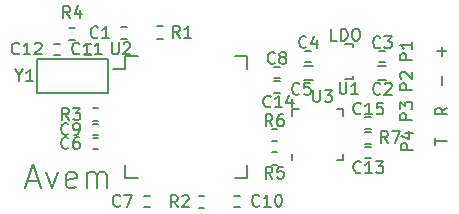
<source format=gbr>
G04 #@! TF.FileFunction,Legend,Top*
%FSLAX46Y46*%
G04 Gerber Fmt 4.6, Leading zero omitted, Abs format (unit mm)*
G04 Created by KiCad (PCBNEW 4.0.2-stable) date 2017年05月12日 星期五 07:52:48*
%MOMM*%
G01*
G04 APERTURE LIST*
%ADD10C,0.100000*%
%ADD11C,0.200000*%
%ADD12C,0.150000*%
G04 APERTURE END LIST*
D10*
D11*
X158296428Y-103283333D02*
X159248809Y-103283333D01*
X158105952Y-103854762D02*
X158772619Y-101854762D01*
X159439286Y-103854762D01*
X159915476Y-102521429D02*
X160391667Y-103854762D01*
X160867857Y-102521429D01*
X162391667Y-103759524D02*
X162201191Y-103854762D01*
X161820239Y-103854762D01*
X161629762Y-103759524D01*
X161534524Y-103569048D01*
X161534524Y-102807143D01*
X161629762Y-102616667D01*
X161820239Y-102521429D01*
X162201191Y-102521429D01*
X162391667Y-102616667D01*
X162486905Y-102807143D01*
X162486905Y-102997619D01*
X161534524Y-103188095D01*
X163344048Y-103854762D02*
X163344048Y-102521429D01*
X163344048Y-102711905D02*
X163439287Y-102616667D01*
X163629763Y-102521429D01*
X163915477Y-102521429D01*
X164105953Y-102616667D01*
X164201191Y-102807143D01*
X164201191Y-103854762D01*
X164201191Y-102807143D02*
X164296429Y-102616667D01*
X164486906Y-102521429D01*
X164772620Y-102521429D01*
X164963096Y-102616667D01*
X165058334Y-102807143D01*
X165058334Y-103854762D01*
D12*
X166250000Y-91200000D02*
X166750000Y-91200000D01*
X166750000Y-90250000D02*
X166250000Y-90250000D01*
X188000000Y-93500000D02*
X188700000Y-93500000D01*
X188700000Y-94700000D02*
X188000000Y-94700000D01*
X188600000Y-92275000D02*
X188100000Y-92275000D01*
X188100000Y-93225000D02*
X188600000Y-93225000D01*
X181850000Y-93225000D02*
X182350000Y-93225000D01*
X182350000Y-92275000D02*
X181850000Y-92275000D01*
X182450000Y-94700000D02*
X181750000Y-94700000D01*
X181750000Y-93500000D02*
X182450000Y-93500000D01*
X163825000Y-100575000D02*
X164325000Y-100575000D01*
X164325000Y-99625000D02*
X163825000Y-99625000D01*
X168200000Y-105450000D02*
X168700000Y-105450000D01*
X168700000Y-104500000D02*
X168200000Y-104500000D01*
X179675000Y-93625000D02*
X179175000Y-93625000D01*
X179175000Y-94575000D02*
X179675000Y-94575000D01*
X163825000Y-99375000D02*
X164325000Y-99375000D01*
X164325000Y-98425000D02*
X163825000Y-98425000D01*
X176300000Y-104500000D02*
X175800000Y-104500000D01*
X175800000Y-105450000D02*
X176300000Y-105450000D01*
X163150000Y-92600000D02*
X163650000Y-92600000D01*
X163650000Y-91650000D02*
X163150000Y-91650000D01*
X161050000Y-91650000D02*
X160550000Y-91650000D01*
X160550000Y-92600000D02*
X161050000Y-92600000D01*
X186925000Y-101325000D02*
X187425000Y-101325000D01*
X187425000Y-100375000D02*
X186925000Y-100375000D01*
X179175000Y-95775000D02*
X179675000Y-95775000D01*
X179675000Y-94825000D02*
X179175000Y-94825000D01*
X187425000Y-97875000D02*
X186925000Y-97875000D01*
X186925000Y-98825000D02*
X187425000Y-98825000D01*
X169800000Y-90150000D02*
X169300000Y-90150000D01*
X169300000Y-91200000D02*
X169800000Y-91200000D01*
X173300000Y-104500000D02*
X172800000Y-104500000D01*
X172800000Y-105550000D02*
X173300000Y-105550000D01*
X164325000Y-97125000D02*
X163825000Y-97125000D01*
X163825000Y-98175000D02*
X164325000Y-98175000D01*
X162350000Y-90275000D02*
X161850000Y-90275000D01*
X161850000Y-91325000D02*
X162350000Y-91325000D01*
X179475000Y-100825000D02*
X178975000Y-100825000D01*
X178975000Y-101875000D02*
X179475000Y-101875000D01*
X179475000Y-98825000D02*
X178975000Y-98825000D01*
X178975000Y-99875000D02*
X179475000Y-99875000D01*
X186925000Y-100125000D02*
X187425000Y-100125000D01*
X187425000Y-99075000D02*
X186925000Y-99075000D01*
X185875240Y-94449160D02*
X185875240Y-94400900D01*
X185174200Y-91650180D02*
X185875240Y-91650180D01*
X185875240Y-91650180D02*
X185875240Y-91899100D01*
X185875240Y-94449160D02*
X185875240Y-94649820D01*
X185875240Y-94649820D02*
X185174200Y-94649820D01*
X166575000Y-92675000D02*
X166575000Y-93750000D01*
X176925000Y-92675000D02*
X176925000Y-93750000D01*
X176925000Y-103025000D02*
X176925000Y-101950000D01*
X166575000Y-103025000D02*
X166575000Y-101950000D01*
X166575000Y-92675000D02*
X167650000Y-92675000D01*
X166575000Y-103025000D02*
X167650000Y-103025000D01*
X176925000Y-103025000D02*
X175850000Y-103025000D01*
X176925000Y-92675000D02*
X175850000Y-92675000D01*
X166575000Y-93750000D02*
X165550000Y-93750000D01*
X180750000Y-97200000D02*
X181275000Y-97200000D01*
X185050000Y-101500000D02*
X184525000Y-101500000D01*
X185050000Y-97200000D02*
X184525000Y-97200000D01*
X180750000Y-101500000D02*
X180750000Y-100975000D01*
X185050000Y-101500000D02*
X185050000Y-100975000D01*
X185050000Y-97200000D02*
X185050000Y-97725000D01*
X180750000Y-97200000D02*
X180750000Y-97725000D01*
X159100000Y-95850000D02*
X165100000Y-95850000D01*
X159100000Y-92900000D02*
X159100000Y-95850000D01*
X165100000Y-92900000D02*
X159100000Y-92900000D01*
X165100000Y-95850000D02*
X165100000Y-92900000D01*
X164283334Y-91082143D02*
X164235715Y-91129762D01*
X164092858Y-91177381D01*
X163997620Y-91177381D01*
X163854762Y-91129762D01*
X163759524Y-91034524D01*
X163711905Y-90939286D01*
X163664286Y-90748810D01*
X163664286Y-90605952D01*
X163711905Y-90415476D01*
X163759524Y-90320238D01*
X163854762Y-90225000D01*
X163997620Y-90177381D01*
X164092858Y-90177381D01*
X164235715Y-90225000D01*
X164283334Y-90272619D01*
X165235715Y-91177381D02*
X164664286Y-91177381D01*
X164950000Y-91177381D02*
X164950000Y-90177381D01*
X164854762Y-90320238D01*
X164759524Y-90415476D01*
X164664286Y-90463095D01*
X188183334Y-95857143D02*
X188135715Y-95904762D01*
X187992858Y-95952381D01*
X187897620Y-95952381D01*
X187754762Y-95904762D01*
X187659524Y-95809524D01*
X187611905Y-95714286D01*
X187564286Y-95523810D01*
X187564286Y-95380952D01*
X187611905Y-95190476D01*
X187659524Y-95095238D01*
X187754762Y-95000000D01*
X187897620Y-94952381D01*
X187992858Y-94952381D01*
X188135715Y-95000000D01*
X188183334Y-95047619D01*
X188564286Y-95047619D02*
X188611905Y-95000000D01*
X188707143Y-94952381D01*
X188945239Y-94952381D01*
X189040477Y-95000000D01*
X189088096Y-95047619D01*
X189135715Y-95142857D01*
X189135715Y-95238095D01*
X189088096Y-95380952D01*
X188516667Y-95952381D01*
X189135715Y-95952381D01*
X188183334Y-91932143D02*
X188135715Y-91979762D01*
X187992858Y-92027381D01*
X187897620Y-92027381D01*
X187754762Y-91979762D01*
X187659524Y-91884524D01*
X187611905Y-91789286D01*
X187564286Y-91598810D01*
X187564286Y-91455952D01*
X187611905Y-91265476D01*
X187659524Y-91170238D01*
X187754762Y-91075000D01*
X187897620Y-91027381D01*
X187992858Y-91027381D01*
X188135715Y-91075000D01*
X188183334Y-91122619D01*
X188516667Y-91027381D02*
X189135715Y-91027381D01*
X188802381Y-91408333D01*
X188945239Y-91408333D01*
X189040477Y-91455952D01*
X189088096Y-91503571D01*
X189135715Y-91598810D01*
X189135715Y-91836905D01*
X189088096Y-91932143D01*
X189040477Y-91979762D01*
X188945239Y-92027381D01*
X188659524Y-92027381D01*
X188564286Y-91979762D01*
X188516667Y-91932143D01*
X181933334Y-91907143D02*
X181885715Y-91954762D01*
X181742858Y-92002381D01*
X181647620Y-92002381D01*
X181504762Y-91954762D01*
X181409524Y-91859524D01*
X181361905Y-91764286D01*
X181314286Y-91573810D01*
X181314286Y-91430952D01*
X181361905Y-91240476D01*
X181409524Y-91145238D01*
X181504762Y-91050000D01*
X181647620Y-91002381D01*
X181742858Y-91002381D01*
X181885715Y-91050000D01*
X181933334Y-91097619D01*
X182790477Y-91335714D02*
X182790477Y-92002381D01*
X182552381Y-90954762D02*
X182314286Y-91669048D01*
X182933334Y-91669048D01*
X181333334Y-95857143D02*
X181285715Y-95904762D01*
X181142858Y-95952381D01*
X181047620Y-95952381D01*
X180904762Y-95904762D01*
X180809524Y-95809524D01*
X180761905Y-95714286D01*
X180714286Y-95523810D01*
X180714286Y-95380952D01*
X180761905Y-95190476D01*
X180809524Y-95095238D01*
X180904762Y-95000000D01*
X181047620Y-94952381D01*
X181142858Y-94952381D01*
X181285715Y-95000000D01*
X181333334Y-95047619D01*
X182238096Y-94952381D02*
X181761905Y-94952381D01*
X181714286Y-95428571D01*
X181761905Y-95380952D01*
X181857143Y-95333333D01*
X182095239Y-95333333D01*
X182190477Y-95380952D01*
X182238096Y-95428571D01*
X182285715Y-95523810D01*
X182285715Y-95761905D01*
X182238096Y-95857143D01*
X182190477Y-95904762D01*
X182095239Y-95952381D01*
X181857143Y-95952381D01*
X181761905Y-95904762D01*
X181714286Y-95857143D01*
X161783334Y-100457143D02*
X161735715Y-100504762D01*
X161592858Y-100552381D01*
X161497620Y-100552381D01*
X161354762Y-100504762D01*
X161259524Y-100409524D01*
X161211905Y-100314286D01*
X161164286Y-100123810D01*
X161164286Y-99980952D01*
X161211905Y-99790476D01*
X161259524Y-99695238D01*
X161354762Y-99600000D01*
X161497620Y-99552381D01*
X161592858Y-99552381D01*
X161735715Y-99600000D01*
X161783334Y-99647619D01*
X162640477Y-99552381D02*
X162450000Y-99552381D01*
X162354762Y-99600000D01*
X162307143Y-99647619D01*
X162211905Y-99790476D01*
X162164286Y-99980952D01*
X162164286Y-100361905D01*
X162211905Y-100457143D01*
X162259524Y-100504762D01*
X162354762Y-100552381D01*
X162545239Y-100552381D01*
X162640477Y-100504762D01*
X162688096Y-100457143D01*
X162735715Y-100361905D01*
X162735715Y-100123810D01*
X162688096Y-100028571D01*
X162640477Y-99980952D01*
X162545239Y-99933333D01*
X162354762Y-99933333D01*
X162259524Y-99980952D01*
X162211905Y-100028571D01*
X162164286Y-100123810D01*
X166158334Y-105332143D02*
X166110715Y-105379762D01*
X165967858Y-105427381D01*
X165872620Y-105427381D01*
X165729762Y-105379762D01*
X165634524Y-105284524D01*
X165586905Y-105189286D01*
X165539286Y-104998810D01*
X165539286Y-104855952D01*
X165586905Y-104665476D01*
X165634524Y-104570238D01*
X165729762Y-104475000D01*
X165872620Y-104427381D01*
X165967858Y-104427381D01*
X166110715Y-104475000D01*
X166158334Y-104522619D01*
X166491667Y-104427381D02*
X167158334Y-104427381D01*
X166729762Y-105427381D01*
X179258334Y-93257143D02*
X179210715Y-93304762D01*
X179067858Y-93352381D01*
X178972620Y-93352381D01*
X178829762Y-93304762D01*
X178734524Y-93209524D01*
X178686905Y-93114286D01*
X178639286Y-92923810D01*
X178639286Y-92780952D01*
X178686905Y-92590476D01*
X178734524Y-92495238D01*
X178829762Y-92400000D01*
X178972620Y-92352381D01*
X179067858Y-92352381D01*
X179210715Y-92400000D01*
X179258334Y-92447619D01*
X179829762Y-92780952D02*
X179734524Y-92733333D01*
X179686905Y-92685714D01*
X179639286Y-92590476D01*
X179639286Y-92542857D01*
X179686905Y-92447619D01*
X179734524Y-92400000D01*
X179829762Y-92352381D01*
X180020239Y-92352381D01*
X180115477Y-92400000D01*
X180163096Y-92447619D01*
X180210715Y-92542857D01*
X180210715Y-92590476D01*
X180163096Y-92685714D01*
X180115477Y-92733333D01*
X180020239Y-92780952D01*
X179829762Y-92780952D01*
X179734524Y-92828571D01*
X179686905Y-92876190D01*
X179639286Y-92971429D01*
X179639286Y-93161905D01*
X179686905Y-93257143D01*
X179734524Y-93304762D01*
X179829762Y-93352381D01*
X180020239Y-93352381D01*
X180115477Y-93304762D01*
X180163096Y-93257143D01*
X180210715Y-93161905D01*
X180210715Y-92971429D01*
X180163096Y-92876190D01*
X180115477Y-92828571D01*
X180020239Y-92780952D01*
X161783334Y-99257143D02*
X161735715Y-99304762D01*
X161592858Y-99352381D01*
X161497620Y-99352381D01*
X161354762Y-99304762D01*
X161259524Y-99209524D01*
X161211905Y-99114286D01*
X161164286Y-98923810D01*
X161164286Y-98780952D01*
X161211905Y-98590476D01*
X161259524Y-98495238D01*
X161354762Y-98400000D01*
X161497620Y-98352381D01*
X161592858Y-98352381D01*
X161735715Y-98400000D01*
X161783334Y-98447619D01*
X162259524Y-99352381D02*
X162450000Y-99352381D01*
X162545239Y-99304762D01*
X162592858Y-99257143D01*
X162688096Y-99114286D01*
X162735715Y-98923810D01*
X162735715Y-98542857D01*
X162688096Y-98447619D01*
X162640477Y-98400000D01*
X162545239Y-98352381D01*
X162354762Y-98352381D01*
X162259524Y-98400000D01*
X162211905Y-98447619D01*
X162164286Y-98542857D01*
X162164286Y-98780952D01*
X162211905Y-98876190D01*
X162259524Y-98923810D01*
X162354762Y-98971429D01*
X162545239Y-98971429D01*
X162640477Y-98923810D01*
X162688096Y-98876190D01*
X162735715Y-98780952D01*
X177957143Y-105332143D02*
X177909524Y-105379762D01*
X177766667Y-105427381D01*
X177671429Y-105427381D01*
X177528571Y-105379762D01*
X177433333Y-105284524D01*
X177385714Y-105189286D01*
X177338095Y-104998810D01*
X177338095Y-104855952D01*
X177385714Y-104665476D01*
X177433333Y-104570238D01*
X177528571Y-104475000D01*
X177671429Y-104427381D01*
X177766667Y-104427381D01*
X177909524Y-104475000D01*
X177957143Y-104522619D01*
X178909524Y-105427381D02*
X178338095Y-105427381D01*
X178623809Y-105427381D02*
X178623809Y-104427381D01*
X178528571Y-104570238D01*
X178433333Y-104665476D01*
X178338095Y-104713095D01*
X179528571Y-104427381D02*
X179623810Y-104427381D01*
X179719048Y-104475000D01*
X179766667Y-104522619D01*
X179814286Y-104617857D01*
X179861905Y-104808333D01*
X179861905Y-105046429D01*
X179814286Y-105236905D01*
X179766667Y-105332143D01*
X179719048Y-105379762D01*
X179623810Y-105427381D01*
X179528571Y-105427381D01*
X179433333Y-105379762D01*
X179385714Y-105332143D01*
X179338095Y-105236905D01*
X179290476Y-105046429D01*
X179290476Y-104808333D01*
X179338095Y-104617857D01*
X179385714Y-104522619D01*
X179433333Y-104475000D01*
X179528571Y-104427381D01*
X162707143Y-92457143D02*
X162659524Y-92504762D01*
X162516667Y-92552381D01*
X162421429Y-92552381D01*
X162278571Y-92504762D01*
X162183333Y-92409524D01*
X162135714Y-92314286D01*
X162088095Y-92123810D01*
X162088095Y-91980952D01*
X162135714Y-91790476D01*
X162183333Y-91695238D01*
X162278571Y-91600000D01*
X162421429Y-91552381D01*
X162516667Y-91552381D01*
X162659524Y-91600000D01*
X162707143Y-91647619D01*
X163659524Y-92552381D02*
X163088095Y-92552381D01*
X163373809Y-92552381D02*
X163373809Y-91552381D01*
X163278571Y-91695238D01*
X163183333Y-91790476D01*
X163088095Y-91838095D01*
X164611905Y-92552381D02*
X164040476Y-92552381D01*
X164326190Y-92552381D02*
X164326190Y-91552381D01*
X164230952Y-91695238D01*
X164135714Y-91790476D01*
X164040476Y-91838095D01*
X157607143Y-92457143D02*
X157559524Y-92504762D01*
X157416667Y-92552381D01*
X157321429Y-92552381D01*
X157178571Y-92504762D01*
X157083333Y-92409524D01*
X157035714Y-92314286D01*
X156988095Y-92123810D01*
X156988095Y-91980952D01*
X157035714Y-91790476D01*
X157083333Y-91695238D01*
X157178571Y-91600000D01*
X157321429Y-91552381D01*
X157416667Y-91552381D01*
X157559524Y-91600000D01*
X157607143Y-91647619D01*
X158559524Y-92552381D02*
X157988095Y-92552381D01*
X158273809Y-92552381D02*
X158273809Y-91552381D01*
X158178571Y-91695238D01*
X158083333Y-91790476D01*
X157988095Y-91838095D01*
X158940476Y-91647619D02*
X158988095Y-91600000D01*
X159083333Y-91552381D01*
X159321429Y-91552381D01*
X159416667Y-91600000D01*
X159464286Y-91647619D01*
X159511905Y-91742857D01*
X159511905Y-91838095D01*
X159464286Y-91980952D01*
X158892857Y-92552381D01*
X159511905Y-92552381D01*
X186532143Y-102507143D02*
X186484524Y-102554762D01*
X186341667Y-102602381D01*
X186246429Y-102602381D01*
X186103571Y-102554762D01*
X186008333Y-102459524D01*
X185960714Y-102364286D01*
X185913095Y-102173810D01*
X185913095Y-102030952D01*
X185960714Y-101840476D01*
X186008333Y-101745238D01*
X186103571Y-101650000D01*
X186246429Y-101602381D01*
X186341667Y-101602381D01*
X186484524Y-101650000D01*
X186532143Y-101697619D01*
X187484524Y-102602381D02*
X186913095Y-102602381D01*
X187198809Y-102602381D02*
X187198809Y-101602381D01*
X187103571Y-101745238D01*
X187008333Y-101840476D01*
X186913095Y-101888095D01*
X187817857Y-101602381D02*
X188436905Y-101602381D01*
X188103571Y-101983333D01*
X188246429Y-101983333D01*
X188341667Y-102030952D01*
X188389286Y-102078571D01*
X188436905Y-102173810D01*
X188436905Y-102411905D01*
X188389286Y-102507143D01*
X188341667Y-102554762D01*
X188246429Y-102602381D01*
X187960714Y-102602381D01*
X187865476Y-102554762D01*
X187817857Y-102507143D01*
X178907143Y-96932143D02*
X178859524Y-96979762D01*
X178716667Y-97027381D01*
X178621429Y-97027381D01*
X178478571Y-96979762D01*
X178383333Y-96884524D01*
X178335714Y-96789286D01*
X178288095Y-96598810D01*
X178288095Y-96455952D01*
X178335714Y-96265476D01*
X178383333Y-96170238D01*
X178478571Y-96075000D01*
X178621429Y-96027381D01*
X178716667Y-96027381D01*
X178859524Y-96075000D01*
X178907143Y-96122619D01*
X179859524Y-97027381D02*
X179288095Y-97027381D01*
X179573809Y-97027381D02*
X179573809Y-96027381D01*
X179478571Y-96170238D01*
X179383333Y-96265476D01*
X179288095Y-96313095D01*
X180716667Y-96360714D02*
X180716667Y-97027381D01*
X180478571Y-95979762D02*
X180240476Y-96694048D01*
X180859524Y-96694048D01*
X186532143Y-97532143D02*
X186484524Y-97579762D01*
X186341667Y-97627381D01*
X186246429Y-97627381D01*
X186103571Y-97579762D01*
X186008333Y-97484524D01*
X185960714Y-97389286D01*
X185913095Y-97198810D01*
X185913095Y-97055952D01*
X185960714Y-96865476D01*
X186008333Y-96770238D01*
X186103571Y-96675000D01*
X186246429Y-96627381D01*
X186341667Y-96627381D01*
X186484524Y-96675000D01*
X186532143Y-96722619D01*
X187484524Y-97627381D02*
X186913095Y-97627381D01*
X187198809Y-97627381D02*
X187198809Y-96627381D01*
X187103571Y-96770238D01*
X187008333Y-96865476D01*
X186913095Y-96913095D01*
X188389286Y-96627381D02*
X187913095Y-96627381D01*
X187865476Y-97103571D01*
X187913095Y-97055952D01*
X188008333Y-97008333D01*
X188246429Y-97008333D01*
X188341667Y-97055952D01*
X188389286Y-97103571D01*
X188436905Y-97198810D01*
X188436905Y-97436905D01*
X188389286Y-97532143D01*
X188341667Y-97579762D01*
X188246429Y-97627381D01*
X188008333Y-97627381D01*
X187913095Y-97579762D01*
X187865476Y-97532143D01*
X190877381Y-93013095D02*
X189877381Y-93013095D01*
X189877381Y-92632142D01*
X189925000Y-92536904D01*
X189972619Y-92489285D01*
X190067857Y-92441666D01*
X190210714Y-92441666D01*
X190305952Y-92489285D01*
X190353571Y-92536904D01*
X190401190Y-92632142D01*
X190401190Y-93013095D01*
X190877381Y-91489285D02*
X190877381Y-92060714D01*
X190877381Y-91775000D02*
X189877381Y-91775000D01*
X190020238Y-91870238D01*
X190115476Y-91965476D01*
X190163095Y-92060714D01*
X193371429Y-92655952D02*
X193371429Y-91894047D01*
X193752381Y-92274999D02*
X192990476Y-92274999D01*
X190877381Y-95538095D02*
X189877381Y-95538095D01*
X189877381Y-95157142D01*
X189925000Y-95061904D01*
X189972619Y-95014285D01*
X190067857Y-94966666D01*
X190210714Y-94966666D01*
X190305952Y-95014285D01*
X190353571Y-95061904D01*
X190401190Y-95157142D01*
X190401190Y-95538095D01*
X189972619Y-94585714D02*
X189925000Y-94538095D01*
X189877381Y-94442857D01*
X189877381Y-94204761D01*
X189925000Y-94109523D01*
X189972619Y-94061904D01*
X190067857Y-94014285D01*
X190163095Y-94014285D01*
X190305952Y-94061904D01*
X190877381Y-94633333D01*
X190877381Y-94014285D01*
X193371429Y-95175952D02*
X193371429Y-94414047D01*
X190877381Y-98088095D02*
X189877381Y-98088095D01*
X189877381Y-97707142D01*
X189925000Y-97611904D01*
X189972619Y-97564285D01*
X190067857Y-97516666D01*
X190210714Y-97516666D01*
X190305952Y-97564285D01*
X190353571Y-97611904D01*
X190401190Y-97707142D01*
X190401190Y-98088095D01*
X189877381Y-97183333D02*
X189877381Y-96564285D01*
X190258333Y-96897619D01*
X190258333Y-96754761D01*
X190305952Y-96659523D01*
X190353571Y-96611904D01*
X190448810Y-96564285D01*
X190686905Y-96564285D01*
X190782143Y-96611904D01*
X190829762Y-96659523D01*
X190877381Y-96754761D01*
X190877381Y-97040476D01*
X190829762Y-97135714D01*
X190782143Y-97183333D01*
X193852381Y-97045476D02*
X193376190Y-97378810D01*
X193852381Y-97616905D02*
X192852381Y-97616905D01*
X192852381Y-97235952D01*
X192900000Y-97140714D01*
X192947619Y-97093095D01*
X193042857Y-97045476D01*
X193185714Y-97045476D01*
X193280952Y-97093095D01*
X193328571Y-97140714D01*
X193376190Y-97235952D01*
X193376190Y-97616905D01*
X190952381Y-100633095D02*
X189952381Y-100633095D01*
X189952381Y-100252142D01*
X190000000Y-100156904D01*
X190047619Y-100109285D01*
X190142857Y-100061666D01*
X190285714Y-100061666D01*
X190380952Y-100109285D01*
X190428571Y-100156904D01*
X190476190Y-100252142D01*
X190476190Y-100633095D01*
X190285714Y-99204523D02*
X190952381Y-99204523D01*
X189904762Y-99442619D02*
X190619048Y-99680714D01*
X190619048Y-99061666D01*
X192852381Y-100180714D02*
X192852381Y-99609285D01*
X193852381Y-99895000D02*
X192852381Y-99895000D01*
X171208334Y-91127381D02*
X170875000Y-90651190D01*
X170636905Y-91127381D02*
X170636905Y-90127381D01*
X171017858Y-90127381D01*
X171113096Y-90175000D01*
X171160715Y-90222619D01*
X171208334Y-90317857D01*
X171208334Y-90460714D01*
X171160715Y-90555952D01*
X171113096Y-90603571D01*
X171017858Y-90651190D01*
X170636905Y-90651190D01*
X172160715Y-91127381D02*
X171589286Y-91127381D01*
X171875000Y-91127381D02*
X171875000Y-90127381D01*
X171779762Y-90270238D01*
X171684524Y-90365476D01*
X171589286Y-90413095D01*
X171033334Y-105477381D02*
X170700000Y-105001190D01*
X170461905Y-105477381D02*
X170461905Y-104477381D01*
X170842858Y-104477381D01*
X170938096Y-104525000D01*
X170985715Y-104572619D01*
X171033334Y-104667857D01*
X171033334Y-104810714D01*
X170985715Y-104905952D01*
X170938096Y-104953571D01*
X170842858Y-105001190D01*
X170461905Y-105001190D01*
X171414286Y-104572619D02*
X171461905Y-104525000D01*
X171557143Y-104477381D01*
X171795239Y-104477381D01*
X171890477Y-104525000D01*
X171938096Y-104572619D01*
X171985715Y-104667857D01*
X171985715Y-104763095D01*
X171938096Y-104905952D01*
X171366667Y-105477381D01*
X171985715Y-105477381D01*
X161833334Y-98102381D02*
X161500000Y-97626190D01*
X161261905Y-98102381D02*
X161261905Y-97102381D01*
X161642858Y-97102381D01*
X161738096Y-97150000D01*
X161785715Y-97197619D01*
X161833334Y-97292857D01*
X161833334Y-97435714D01*
X161785715Y-97530952D01*
X161738096Y-97578571D01*
X161642858Y-97626190D01*
X161261905Y-97626190D01*
X162166667Y-97102381D02*
X162785715Y-97102381D01*
X162452381Y-97483333D01*
X162595239Y-97483333D01*
X162690477Y-97530952D01*
X162738096Y-97578571D01*
X162785715Y-97673810D01*
X162785715Y-97911905D01*
X162738096Y-98007143D01*
X162690477Y-98054762D01*
X162595239Y-98102381D01*
X162309524Y-98102381D01*
X162214286Y-98054762D01*
X162166667Y-98007143D01*
X161933334Y-89452381D02*
X161600000Y-88976190D01*
X161361905Y-89452381D02*
X161361905Y-88452381D01*
X161742858Y-88452381D01*
X161838096Y-88500000D01*
X161885715Y-88547619D01*
X161933334Y-88642857D01*
X161933334Y-88785714D01*
X161885715Y-88880952D01*
X161838096Y-88928571D01*
X161742858Y-88976190D01*
X161361905Y-88976190D01*
X162790477Y-88785714D02*
X162790477Y-89452381D01*
X162552381Y-88404762D02*
X162314286Y-89119048D01*
X162933334Y-89119048D01*
X179058334Y-103052381D02*
X178725000Y-102576190D01*
X178486905Y-103052381D02*
X178486905Y-102052381D01*
X178867858Y-102052381D01*
X178963096Y-102100000D01*
X179010715Y-102147619D01*
X179058334Y-102242857D01*
X179058334Y-102385714D01*
X179010715Y-102480952D01*
X178963096Y-102528571D01*
X178867858Y-102576190D01*
X178486905Y-102576190D01*
X179963096Y-102052381D02*
X179486905Y-102052381D01*
X179439286Y-102528571D01*
X179486905Y-102480952D01*
X179582143Y-102433333D01*
X179820239Y-102433333D01*
X179915477Y-102480952D01*
X179963096Y-102528571D01*
X180010715Y-102623810D01*
X180010715Y-102861905D01*
X179963096Y-102957143D01*
X179915477Y-103004762D01*
X179820239Y-103052381D01*
X179582143Y-103052381D01*
X179486905Y-103004762D01*
X179439286Y-102957143D01*
X179058334Y-98627381D02*
X178725000Y-98151190D01*
X178486905Y-98627381D02*
X178486905Y-97627381D01*
X178867858Y-97627381D01*
X178963096Y-97675000D01*
X179010715Y-97722619D01*
X179058334Y-97817857D01*
X179058334Y-97960714D01*
X179010715Y-98055952D01*
X178963096Y-98103571D01*
X178867858Y-98151190D01*
X178486905Y-98151190D01*
X179915477Y-97627381D02*
X179725000Y-97627381D01*
X179629762Y-97675000D01*
X179582143Y-97722619D01*
X179486905Y-97865476D01*
X179439286Y-98055952D01*
X179439286Y-98436905D01*
X179486905Y-98532143D01*
X179534524Y-98579762D01*
X179629762Y-98627381D01*
X179820239Y-98627381D01*
X179915477Y-98579762D01*
X179963096Y-98532143D01*
X180010715Y-98436905D01*
X180010715Y-98198810D01*
X179963096Y-98103571D01*
X179915477Y-98055952D01*
X179820239Y-98008333D01*
X179629762Y-98008333D01*
X179534524Y-98055952D01*
X179486905Y-98103571D01*
X179439286Y-98198810D01*
X188833334Y-100052381D02*
X188500000Y-99576190D01*
X188261905Y-100052381D02*
X188261905Y-99052381D01*
X188642858Y-99052381D01*
X188738096Y-99100000D01*
X188785715Y-99147619D01*
X188833334Y-99242857D01*
X188833334Y-99385714D01*
X188785715Y-99480952D01*
X188738096Y-99528571D01*
X188642858Y-99576190D01*
X188261905Y-99576190D01*
X189166667Y-99052381D02*
X189833334Y-99052381D01*
X189404762Y-100052381D01*
X184738095Y-94902381D02*
X184738095Y-95711905D01*
X184785714Y-95807143D01*
X184833333Y-95854762D01*
X184928571Y-95902381D01*
X185119048Y-95902381D01*
X185214286Y-95854762D01*
X185261905Y-95807143D01*
X185309524Y-95711905D01*
X185309524Y-94902381D01*
X186309524Y-95902381D02*
X185738095Y-95902381D01*
X186023809Y-95902381D02*
X186023809Y-94902381D01*
X185928571Y-95045238D01*
X185833333Y-95140476D01*
X185738095Y-95188095D01*
X184510715Y-91377381D02*
X184034524Y-91377381D01*
X184034524Y-90377381D01*
X184844048Y-91377381D02*
X184844048Y-90377381D01*
X185082143Y-90377381D01*
X185225001Y-90425000D01*
X185320239Y-90520238D01*
X185367858Y-90615476D01*
X185415477Y-90805952D01*
X185415477Y-90948810D01*
X185367858Y-91139286D01*
X185320239Y-91234524D01*
X185225001Y-91329762D01*
X185082143Y-91377381D01*
X184844048Y-91377381D01*
X186034524Y-90377381D02*
X186225001Y-90377381D01*
X186320239Y-90425000D01*
X186415477Y-90520238D01*
X186463096Y-90710714D01*
X186463096Y-91044048D01*
X186415477Y-91234524D01*
X186320239Y-91329762D01*
X186225001Y-91377381D01*
X186034524Y-91377381D01*
X185939286Y-91329762D01*
X185844048Y-91234524D01*
X185796429Y-91044048D01*
X185796429Y-90710714D01*
X185844048Y-90520238D01*
X185939286Y-90425000D01*
X186034524Y-90377381D01*
X165463095Y-91527381D02*
X165463095Y-92336905D01*
X165510714Y-92432143D01*
X165558333Y-92479762D01*
X165653571Y-92527381D01*
X165844048Y-92527381D01*
X165939286Y-92479762D01*
X165986905Y-92432143D01*
X166034524Y-92336905D01*
X166034524Y-91527381D01*
X166463095Y-91622619D02*
X166510714Y-91575000D01*
X166605952Y-91527381D01*
X166844048Y-91527381D01*
X166939286Y-91575000D01*
X166986905Y-91622619D01*
X167034524Y-91717857D01*
X167034524Y-91813095D01*
X166986905Y-91955952D01*
X166415476Y-92527381D01*
X167034524Y-92527381D01*
X182513095Y-95577381D02*
X182513095Y-96386905D01*
X182560714Y-96482143D01*
X182608333Y-96529762D01*
X182703571Y-96577381D01*
X182894048Y-96577381D01*
X182989286Y-96529762D01*
X183036905Y-96482143D01*
X183084524Y-96386905D01*
X183084524Y-95577381D01*
X183465476Y-95577381D02*
X184084524Y-95577381D01*
X183751190Y-95958333D01*
X183894048Y-95958333D01*
X183989286Y-96005952D01*
X184036905Y-96053571D01*
X184084524Y-96148810D01*
X184084524Y-96386905D01*
X184036905Y-96482143D01*
X183989286Y-96529762D01*
X183894048Y-96577381D01*
X183608333Y-96577381D01*
X183513095Y-96529762D01*
X183465476Y-96482143D01*
X157598809Y-94326190D02*
X157598809Y-94802381D01*
X157265476Y-93802381D02*
X157598809Y-94326190D01*
X157932143Y-93802381D01*
X158789286Y-94802381D02*
X158217857Y-94802381D01*
X158503571Y-94802381D02*
X158503571Y-93802381D01*
X158408333Y-93945238D01*
X158313095Y-94040476D01*
X158217857Y-94088095D01*
M02*

</source>
